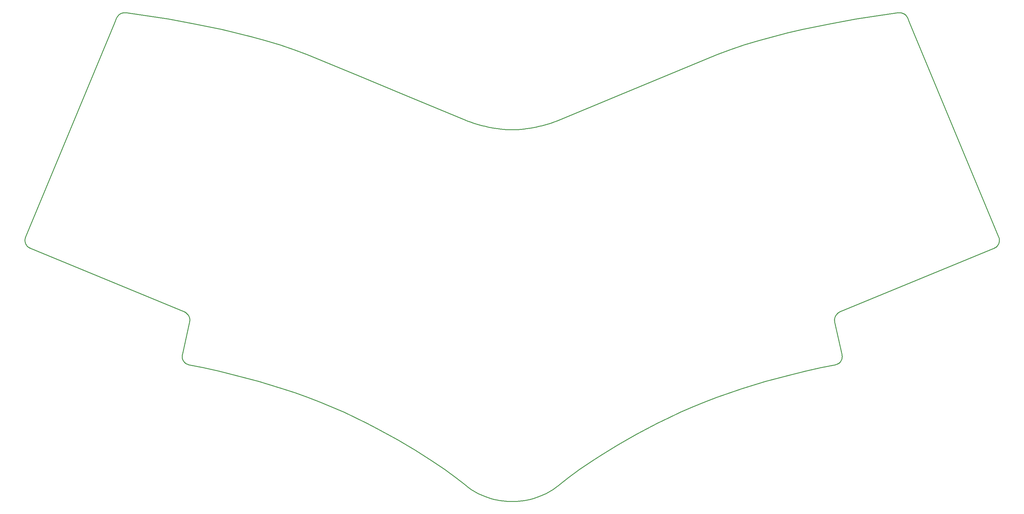
<source format=gbr>
%TF.GenerationSoftware,KiCad,Pcbnew,(6.0.0)*%
%TF.CreationDate,2022-03-22T19:27:30+01:00*%
%TF.ProjectId,main,6d61696e-2e6b-4696-9361-645f70636258,rev?*%
%TF.SameCoordinates,Original*%
%TF.FileFunction,Profile,NP*%
%FSLAX46Y46*%
G04 Gerber Fmt 4.6, Leading zero omitted, Abs format (unit mm)*
G04 Created by KiCad (PCBNEW (6.0.0)) date 2022-03-22 19:27:30*
%MOMM*%
%LPD*%
G01*
G04 APERTURE LIST*
%TA.AperFunction,Profile*%
%ADD10C,0.264582*%
%TD*%
G04 APERTURE END LIST*
D10*
X-192965543Y-136748021D02*
X-193852850Y-136939596D01*
X-184292347Y-22713381D02*
X-166549318Y-15315043D01*
X-80839092Y9272389D02*
X-80737986Y9218995D01*
X-260005925Y-3017931D02*
X-260005925Y-3017931D01*
X-242049447Y-113816625D02*
X-245402184Y-112171338D01*
X-99837595Y-80321451D02*
X-99837595Y-80321451D01*
X-52768198Y-60624665D02*
X-52853049Y-60711816D01*
X-52161824Y-59564772D02*
X-52199889Y-59683322D01*
X-185074764Y-23024862D02*
X-184292347Y-22713381D01*
X-100591612Y-80780160D02*
X-100760558Y-80932919D01*
X-211690567Y-133037359D02*
X-212732777Y-132224680D01*
X-200444794Y-137273856D02*
X-201223812Y-137197407D01*
X-81052228Y9368206D02*
X-80943848Y9322200D01*
X-101512995Y-83387308D02*
X-99353884Y-93119852D01*
X-101577253Y-82855214D02*
X-101571555Y-82985440D01*
X-295236270Y-83387308D02*
X-295236270Y-83387308D01*
X-212732777Y-132224680D02*
X-212732777Y-132224680D01*
X-291080014Y-97153161D02*
X-295494664Y-96257715D01*
X-101559086Y-83117587D02*
X-101539636Y-83251570D01*
X-317676167Y6701987D02*
X-317676167Y6701987D01*
X-314702530Y9572526D02*
X-314562656Y9574261D01*
X-178199023Y-127830699D02*
X-181510157Y-130251970D01*
X-100226901Y-80519026D02*
X-100413169Y-80641977D01*
X-151347072Y-112171352D02*
X-154699807Y-113816639D01*
X-101539636Y-83251570D02*
X-101512995Y-83387308D01*
X-189372652Y-24378233D02*
X-188474323Y-24138424D01*
X-101193654Y-81472073D02*
X-101307855Y-81676561D01*
X-286570147Y-98164843D02*
X-291080014Y-97153161D01*
X-99290270Y-94097229D02*
X-99310049Y-94242831D01*
X-263919796Y-1524049D02*
X-260005925Y-3017931D01*
X-53648392Y-61242349D02*
X-99837595Y-80321451D01*
X-295212751Y-82355137D02*
X-295237771Y-82235739D01*
X-315350410Y9481162D02*
X-315227782Y9509717D01*
X-199708164Y-137322139D02*
X-200444794Y-137273856D01*
X-210861283Y-23324206D02*
X-210021082Y-23610313D01*
X-197041136Y-137322139D02*
X-198374654Y-137354639D01*
X-52124571Y-58295467D02*
X-52097439Y-58426400D01*
X-297395375Y-93119852D02*
X-297395375Y-93119852D01*
X-105669242Y-97153170D02*
X-110179111Y-98164854D01*
X-295908318Y-81014557D02*
X-295988705Y-80932918D01*
X-185887978Y-23324206D02*
X-185074764Y-23024862D01*
X-344587439Y-59564771D02*
X-344619812Y-59444127D01*
X-80134545Y8763596D02*
X-80063540Y8689548D01*
X-317147313Y7978716D02*
X-317072806Y8139430D01*
X-99639889Y-95122965D02*
X-99709603Y-95228763D01*
X-202896422Y-136939596D02*
X-203783720Y-136748021D01*
X-80737986Y9218995D02*
X-80640556Y9162239D01*
X-81164208Y9410182D02*
X-81052228Y9368206D01*
X-53033570Y-60873368D02*
X-53128868Y-60947390D01*
X-196662893Y-25569862D02*
X-195777071Y-25501820D01*
X-174133799Y-125051594D02*
X-178199023Y-127830699D01*
X-296632075Y-95682628D02*
X-296805327Y-95516126D01*
X-80640556Y9162239D02*
X-80546825Y9102346D01*
X-53227281Y-61016655D02*
X-53328624Y-61080974D01*
X-101512995Y-83387308D02*
X-101512995Y-83387308D01*
X-295555610Y-81472072D02*
X-295618891Y-81374267D01*
X-238828133Y-115474520D02*
X-242049447Y-113816625D01*
X-79719769Y8219865D02*
X-79676418Y8139430D01*
X-245402184Y-112171338D02*
X-248880000Y-110550000D01*
X-200086401Y-25569862D02*
X-199219272Y-25611491D01*
X-136743344Y-3017931D02*
X-132829473Y-1524050D01*
X-344590003Y-58164339D02*
X-344547618Y-58033209D01*
X-52077656Y-58556952D02*
X-52065037Y-58686931D01*
X-52346388Y-60024508D02*
X-52405377Y-60132780D01*
X-315101655Y9533354D02*
X-314972054Y9551851D01*
X-52082515Y-59197315D02*
X-52102954Y-59321578D01*
X-296805327Y-95516126D02*
X-296887238Y-95425346D01*
X-205644570Y-136214001D02*
X-206611827Y-135861345D01*
X-208604273Y-134959209D02*
X-209623168Y-134399517D01*
X-197530020Y-25611491D02*
X-196662893Y-25569862D01*
X-215239067Y-130251969D02*
X-218550205Y-127830697D01*
X-81647622Y9533353D02*
X-81521494Y9509716D01*
X-256159731Y-107448276D02*
X-259877739Y-106030278D01*
X-101254595Y-96257715D02*
X-105669242Y-97153170D01*
X-190282742Y-24600414D02*
X-189372652Y-24378233D01*
X-195525476Y-137197406D02*
X-196304501Y-137273855D01*
X-147869255Y-110550015D02*
X-151347072Y-112171352D01*
X-99295317Y-93465372D02*
X-99280640Y-93630743D01*
X-99413565Y-94649879D02*
X-99461476Y-94775624D01*
X-201872931Y-25408465D02*
X-200972222Y-25501820D01*
X-122368789Y-101328778D02*
X-129474538Y-103486073D01*
X-212456913Y-22713381D02*
X-211674496Y-23024863D01*
X-99372093Y-94519161D02*
X-99413565Y-94649879D01*
X-202784719Y-25290895D02*
X-201872931Y-25408465D01*
X-244642366Y-9326685D02*
X-230199959Y-15315043D01*
X-157921118Y-115474533D02*
X-161004661Y-117133696D01*
X-101536515Y-82355138D02*
X-101555810Y-82476868D01*
X-82046751Y9572525D02*
X-81910275Y9564981D01*
X-344619812Y-59444127D02*
X-344646308Y-59321578D01*
X-280907956Y-99555867D02*
X-286570147Y-98164843D01*
X-316982093Y8300056D02*
X-316875373Y8458812D01*
X-314839003Y9564981D02*
X-314702530Y9572526D01*
X-192122976Y-24987498D02*
X-191200785Y-24803869D01*
X-79996410Y8613919D02*
X-79933181Y8536933D01*
X-100394700Y-95894662D02*
X-100490329Y-95955256D01*
X-171834261Y-123556205D02*
X-174133799Y-125051594D01*
X-52129451Y-59444127D02*
X-52161824Y-59564772D01*
X-163944091Y-118782785D02*
X-166733065Y-120410460D01*
X-316752849Y8613920D02*
X-316614721Y8763597D01*
X-295390908Y-81783080D02*
X-295441410Y-81676561D01*
X-295686010Y-81279531D02*
X-295756761Y-81187946D01*
X-52199889Y-59683322D02*
X-52243460Y-59799588D01*
X-80209401Y8835842D02*
X-80134545Y8763596D01*
X-52537481Y-60340000D02*
X-52610229Y-60438567D01*
X-79601893Y7978716D02*
X-79601893Y7978716D01*
X-315697048Y9368207D02*
X-315469514Y9447910D01*
X-100586859Y-96010800D02*
X-100683895Y-96061284D01*
X-128692787Y-125976D02*
X-124396219Y1176564D01*
X-207376619Y-24378233D02*
X-206466533Y-24600414D01*
X-343100850Y-61242350D02*
X-343209880Y-61194011D01*
X-52469135Y-60238008D02*
X-52537481Y-60340000D01*
X-184016423Y-132224680D02*
X-184016423Y-132224680D01*
X-53432713Y-61140156D02*
X-53539363Y-61194011D01*
X-82329874Y9569965D02*
X-82186625Y9574260D01*
X-82186625Y9574260D02*
X-82046751Y9572525D01*
X-344343887Y-60132780D02*
X-344402876Y-60024508D01*
X-99310049Y-94242831D02*
X-99337456Y-94383477D01*
X-295209631Y-83251570D02*
X-295190181Y-83117587D01*
X-99280640Y-93630743D02*
X-99275169Y-93791180D01*
X-344505804Y-59799588D02*
X-344549375Y-59683322D01*
X-295180096Y-82600845D02*
X-295193456Y-82476868D01*
X-344062062Y-60533519D02*
X-344211780Y-60340000D01*
X-198374654Y-137354639D02*
X-198374654Y-137354639D01*
X-196304501Y-137273855D02*
X-197041136Y-137322139D01*
X-296258927Y-95955248D02*
X-296448886Y-95829017D01*
X-276746569Y2383857D02*
X-272353052Y1176567D01*
X-252476551Y-108963953D02*
X-256159731Y-107448276D01*
X-296522363Y-80519028D02*
X-296617908Y-80463469D01*
X-52405377Y-60132780D02*
X-52469135Y-60238008D01*
X-206466533Y-24600414D02*
X-205548494Y-24803868D01*
X-100877905Y-96147068D02*
X-101069193Y-96212559D01*
X-144272705Y-108963968D02*
X-144272705Y-108963968D01*
X-297439208Y-94242830D02*
X-297458987Y-94097228D01*
X-202042070Y-137087690D02*
X-202896422Y-136939596D01*
X-80288081Y8906062D02*
X-80209401Y8835842D01*
X-102717826Y6266015D02*
X-95129975Y7642776D01*
X-295190181Y-83117587D02*
X-295177711Y-82985440D01*
X-192048435Y-136507858D02*
X-192965543Y-136748021D01*
X-101358356Y-81783080D02*
X-101404182Y-81892339D01*
X-82626394Y9542387D02*
X-82476471Y9559414D01*
X-79676418Y8139430D02*
X-79637117Y8058973D01*
X-314122898Y9542386D02*
X-314122898Y9542386D01*
X-99353884Y-93119852D02*
X-99319603Y-93295073D01*
X-344680938Y-59071529D02*
X-344688704Y-58944410D01*
X-194876361Y-25408464D02*
X-193964571Y-25290895D01*
X-295988705Y-80932918D02*
X-296071886Y-80854758D01*
X-296714780Y-80411966D02*
X-296812771Y-80364599D01*
X-212732777Y-132224680D02*
X-215239067Y-130251969D01*
X-295268306Y-82118751D02*
X-295304146Y-82004257D01*
X-101063254Y-81279531D02*
X-101193654Y-81472073D01*
X-210652982Y-133760604D02*
X-211690567Y-133037359D01*
X-99943929Y-95516133D02*
X-100029115Y-95601895D01*
X-222615436Y-125051588D02*
X-227384004Y-122005373D01*
X-297335693Y-94649877D02*
X-297377165Y-94519159D01*
X-88916471Y8646281D02*
X-82626394Y9542387D01*
X-100490329Y-95955256D02*
X-100586859Y-96010800D01*
X-99862017Y-95425353D02*
X-99943929Y-95516133D01*
X-53648392Y-61242349D02*
X-53648392Y-61242349D01*
X-201223812Y-137197407D02*
X-202042070Y-137087690D01*
X-52102954Y-59321578D02*
X-52129451Y-59444127D01*
X-53128868Y-60947390D02*
X-53227281Y-61016655D01*
X-81777224Y9551848D02*
X-81647622Y9533353D01*
X-295871352Y-96147063D02*
X-296065361Y-96061279D01*
X-263594695Y-104709643D02*
X-267274722Y-103486058D01*
X-316292455Y9039539D02*
X-316108719Y9162240D01*
X-343521968Y-61016655D02*
X-343715684Y-60873368D01*
X-198374646Y-25625612D02*
X-198374646Y-25625612D01*
X-99837595Y-80321451D02*
X-100034486Y-80411966D01*
X-195777071Y-25501820D02*
X-194876361Y-25408464D01*
X-189149782Y-135444782D02*
X-190137407Y-135861345D01*
X-100918330Y-81099594D02*
X-101063254Y-81279531D01*
X-52065037Y-58686931D02*
X-52059397Y-58816148D01*
X-295236270Y-83387308D02*
X-295209631Y-83251570D01*
X-101480960Y-82118751D02*
X-101511495Y-82235739D01*
X-206611827Y-135861345D02*
X-207599444Y-135444782D01*
X-297174223Y-95012168D02*
X-297233827Y-94896386D01*
X-297233827Y-94896386D02*
X-297287782Y-94775620D01*
X-161004661Y-117133696D02*
X-163944091Y-118782785D01*
X-79818524Y8379779D02*
X-79767146Y8300055D01*
X-200972222Y-25501820D02*
X-200086401Y-25569862D01*
X-344688704Y-58944410D02*
X-344689858Y-58816147D01*
X-115841302Y-99555881D02*
X-122368789Y-101328778D01*
X-79767146Y8300055D02*
X-79719769Y8219865D01*
X-297470747Y-93946676D02*
X-297474089Y-93791179D01*
X-101569171Y-82600845D02*
X-101576388Y-82726987D01*
X-296448886Y-95829017D02*
X-296632075Y-95682628D01*
X-99337456Y-94383477D02*
X-99372093Y-94519161D01*
X-296428356Y-80578557D02*
X-296522363Y-80519028D01*
X-314972054Y9551851D02*
X-314839003Y9564981D01*
X-296965478Y-95329555D02*
X-297039655Y-95228758D01*
X-296812771Y-80364599D02*
X-296911671Y-80321451D01*
X-79073094Y6701987D02*
X-79073094Y6701987D01*
X-344671593Y-58556952D02*
X-344651806Y-58426400D01*
X-230199959Y-15315043D02*
X-212456913Y-22713381D01*
X-210021082Y-23610313D02*
X-209157700Y-23882085D01*
X-52251891Y-57902269D02*
X-52201613Y-58033210D01*
X-136871520Y-106030294D02*
X-140589527Y-107448290D01*
X-296336095Y-80641977D02*
X-296428356Y-80578557D01*
X-115575171Y3496167D02*
X-111176559Y4513780D01*
X-101445119Y-82004257D02*
X-101480960Y-82118751D01*
X-52059397Y-58816148D02*
X-52060553Y-58944410D01*
X-295756761Y-81187946D02*
X-295830933Y-81099594D01*
X-79873877Y8458812D02*
X-79818524Y8379779D01*
X-316108719Y9162240D02*
X-315910183Y9272391D01*
X-99709603Y-95228763D02*
X-99783777Y-95329560D01*
X-294031449Y6266016D02*
X-285572714Y4513782D01*
X-81279762Y9447908D02*
X-81164208Y9410182D01*
X-211674496Y-23024863D02*
X-210861283Y-23324206D01*
X-81910275Y9564981D02*
X-81777224Y9551848D01*
X-297411800Y-94383475D02*
X-297439208Y-94242830D01*
X-295304146Y-82004257D02*
X-295345084Y-81892339D01*
X-169365236Y-122005380D02*
X-171834261Y-123556205D01*
X-209623168Y-134399517D02*
X-210652982Y-133760604D01*
X-344211780Y-60340000D02*
X-344343887Y-60132780D01*
X-296887238Y-95425346D02*
X-296965478Y-95329555D01*
X-144272705Y-108963968D02*
X-147869255Y-110550015D01*
X-80456819Y9039537D02*
X-80370562Y8974035D01*
X-295680065Y-96212557D02*
X-295871352Y-96147063D01*
X-101069193Y-96212559D02*
X-101254595Y-96257715D01*
X-218550205Y-127830697D02*
X-222615436Y-125051588D01*
X-316875373Y8458812D02*
X-316752849Y8613920D01*
X-296911671Y-80321451D02*
X-343100850Y-61242350D01*
X-344624671Y-58295466D02*
X-344590003Y-58164339D01*
X-101511495Y-82235739D02*
X-101536515Y-82355138D01*
X-205548494Y-24803868D02*
X-204626308Y-24987498D01*
X-81521494Y9509716D02*
X-81398866Y9481160D01*
X-52292354Y-59913380D02*
X-52346388Y-60024508D01*
X-100300369Y-95829024D02*
X-100394700Y-95894662D01*
X-52060553Y-58944410D02*
X-52068320Y-59071529D01*
X-248880000Y-110550000D02*
X-252476551Y-108963953D01*
X-184537910Y-132642518D02*
X-185058636Y-133037359D01*
X-297429657Y-93295073D02*
X-297395375Y-93119852D01*
X-295172014Y-82855213D02*
X-295172878Y-82726987D01*
X-154699807Y-113816639D02*
X-157921118Y-115474533D01*
X-52853049Y-60711816D02*
X-52941568Y-60794780D01*
X-344689858Y-58816147D02*
X-344684215Y-58686931D01*
X-132829473Y-1524050D02*
X-128692787Y-125976D01*
X-295172878Y-82726987D02*
X-295180096Y-82600845D01*
X-297453939Y-93465371D02*
X-297429657Y-93295073D01*
X-52687197Y-60533519D02*
X-52768198Y-60624665D01*
X-79601893Y7978716D02*
X-79073094Y6701987D01*
X-99515431Y-94896390D02*
X-99575033Y-95012172D01*
X-343316533Y-61140156D02*
X-343420623Y-61080974D01*
X-52201613Y-58033210D02*
X-52159234Y-58164339D01*
X-296617908Y-80463469D02*
X-296714780Y-80411966D01*
X-81398866Y9481160D02*
X-81279762Y9447908D01*
X-316461189Y8906063D02*
X-316292455Y9039539D01*
X-295345084Y-81892339D02*
X-295390908Y-81783080D01*
X-317147313Y7978716D02*
X-317147313Y7978716D01*
X-227384004Y-122005373D02*
X-232805155Y-118782774D01*
X-295618891Y-81374267D02*
X-295686010Y-81279531D01*
X-100029115Y-95601895D02*
X-100117181Y-95682636D01*
X-296071886Y-80854758D02*
X-296157651Y-80780160D01*
X-204626308Y-24987498D02*
X-203703780Y-25150206D01*
X-343896206Y-60711816D02*
X-344062062Y-60533519D01*
X-52159234Y-58164339D02*
X-52124571Y-58295467D01*
X-99353884Y-93119852D02*
X-99353884Y-93119852D01*
X-79637117Y8058973D02*
X-79601893Y7978716D01*
X-188144944Y-134959209D02*
X-189149782Y-135444782D01*
X-207599444Y-135444782D02*
X-208604273Y-134959209D01*
X-259877739Y-106030278D02*
X-263594695Y-104709643D01*
X-315227782Y9509717D02*
X-315101655Y9533354D01*
X-343100850Y-61242350D02*
X-343100850Y-61242350D01*
X-203703780Y-25150206D02*
X-202784719Y-25290895D01*
X-315910183Y9272391D02*
X-315697048Y9368207D01*
X-316614721Y8763597D02*
X-316461189Y8906063D01*
X-100413169Y-80641977D02*
X-100591612Y-80780160D01*
X-181510157Y-130251970D02*
X-184016447Y-132224680D01*
X-129474538Y-103486073D02*
X-136871520Y-106030294D01*
X-52251891Y-57902269D02*
X-52251891Y-57902269D01*
X-184292347Y-22713381D02*
X-184292347Y-22713381D01*
X-199219272Y-25611491D02*
X-198374646Y-25625612D01*
X-204700818Y-136507859D02*
X-205644570Y-136214001D01*
X-80370562Y8974035D02*
X-80288081Y8906062D01*
X-166733065Y-120410460D02*
X-169365236Y-122005380D01*
X-297287782Y-94775620D02*
X-297335693Y-94649877D01*
X-203783720Y-136748021D02*
X-204700818Y-136507859D01*
X-212456913Y-22713381D02*
X-212456913Y-22713381D01*
X-297474089Y-93791179D02*
X-297468618Y-93630742D01*
X-314272816Y9559415D02*
X-314122898Y9542386D01*
X-52097439Y-58426400D02*
X-52077656Y-58556952D01*
X-193964571Y-25290895D02*
X-193045507Y-25150206D01*
X-80943848Y9322200D02*
X-80839092Y9272389D01*
X-252476551Y-108963953D02*
X-252476551Y-108963953D01*
X-80546825Y9102346D02*
X-80456819Y9039537D01*
X-344666746Y-59197315D02*
X-344680938Y-59071529D01*
X-101555810Y-82476868D02*
X-101569171Y-82600845D01*
X-79073094Y6701987D02*
X-52251891Y-57902269D01*
X-111176559Y4513780D02*
X-102717826Y6266015D01*
X-99275169Y-93791180D02*
X-99278511Y-93946677D01*
X-296157651Y-80780160D02*
X-296245790Y-80709206D01*
X-232805155Y-118782774D02*
X-238828133Y-115474520D01*
X-344456910Y-59913380D02*
X-344505804Y-59799588D01*
X-124396219Y1176564D02*
X-120002702Y2383855D01*
X-295494664Y-96257715D02*
X-295680065Y-96212557D01*
X-297377165Y-94519159D02*
X-297411800Y-94383475D01*
X-184016447Y-132224680D02*
X-184016423Y-132224680D01*
X-79933181Y8536933D02*
X-79873877Y8458812D01*
X-344651806Y-58426400D02*
X-344624671Y-58295466D01*
X-317676167Y6701987D02*
X-317147313Y7978716D01*
X-343715684Y-60873368D02*
X-343896206Y-60711816D01*
X-191200785Y-24803869D02*
X-190282742Y-24600414D01*
X-296245790Y-80709206D02*
X-296336095Y-80641977D01*
X-274380471Y-101328764D02*
X-280907956Y-99555867D01*
X-344402876Y-60024508D02*
X-344456910Y-59913380D01*
X-343420623Y-61080974D02*
X-343521968Y-61016655D01*
X-99461476Y-94775624D02*
X-99515431Y-94896390D01*
X-285572714Y4513782D02*
X-276746569Y2383857D01*
X-140589527Y-107448290D02*
X-144272705Y-108963968D01*
X-314562656Y9574261D02*
X-314419411Y9569964D01*
X-82476471Y9559414D02*
X-82329874Y9569965D01*
X-344497334Y-57902269D02*
X-317676167Y6701987D01*
X-315469514Y9447910D02*
X-315350410Y9481162D01*
X-53328624Y-61080974D02*
X-53432713Y-61140156D01*
X-100207731Y-95758347D02*
X-100300369Y-95829024D01*
X-314419411Y9569964D02*
X-314272816Y9559415D01*
X-185058636Y-133037359D02*
X-186096225Y-133760604D01*
X-314122898Y9542386D02*
X-307832810Y8646282D01*
X-53539363Y-61194011D02*
X-53648392Y-61242349D01*
X-343209880Y-61194011D02*
X-343316533Y-61140156D01*
X-110179111Y-98164854D02*
X-115841302Y-99555881D01*
X-136743344Y-3017931D02*
X-136743344Y-3017931D01*
X-344646308Y-59321578D02*
X-344666746Y-59197315D01*
X-101404182Y-81892339D02*
X-101445119Y-82004257D01*
X-101571555Y-82985440D02*
X-101559086Y-83117587D01*
X-307832810Y8646282D02*
X-301619304Y7642777D01*
X-296911671Y-80321451D02*
X-296911671Y-80321451D01*
X-301619304Y7642777D02*
X-294031449Y6266016D01*
X-166549318Y-15315043D02*
X-136743344Y-3017931D01*
X-101576388Y-82726987D02*
X-101577253Y-82855214D01*
X-193045507Y-25150206D02*
X-192122976Y-24987498D01*
X-270881940Y-102359203D02*
X-274380471Y-101328764D01*
X-99278511Y-93946677D02*
X-99290270Y-94097229D01*
X-344684215Y-58686931D02*
X-344671593Y-58556952D01*
X-80063540Y8689548D02*
X-79996410Y8613919D01*
X-101307855Y-81676561D02*
X-101358356Y-81783080D01*
X-187591565Y-23882085D02*
X-186728180Y-23610313D01*
X-188474323Y-24138424D02*
X-187591565Y-23882085D01*
X-198374646Y-25625612D02*
X-197530020Y-25611491D01*
X-100034486Y-80411966D02*
X-100226901Y-80519026D01*
X-260005925Y-3017931D02*
X-244642366Y-9326685D01*
X-297039655Y-95228758D02*
X-297109367Y-95122960D01*
X-184016423Y-132224680D02*
X-184537910Y-132642518D01*
X-268056484Y-125975D02*
X-263919796Y-1524049D01*
X-193852850Y-136939596D02*
X-194707210Y-137087690D01*
X-344549375Y-59683322D02*
X-344587439Y-59564771D01*
X-95129975Y7642776D02*
X-88916471Y8646281D01*
X-120002702Y2383855D02*
X-115575171Y3496167D01*
X-297468618Y-93630742D02*
X-297453939Y-93465371D01*
X-272353052Y1176567D02*
X-268056484Y-125975D01*
X-100683895Y-96061284D02*
X-100877905Y-96147068D01*
X-99319603Y-93295073D02*
X-99295317Y-93465372D01*
X-209157700Y-23882085D02*
X-208274943Y-24138424D01*
X-295441410Y-81676561D02*
X-295496381Y-81572864D01*
X-194707210Y-137087690D02*
X-195525476Y-137197406D01*
X-295494664Y-96257715D02*
X-295494664Y-96257715D01*
X-52610229Y-60438567D02*
X-52687197Y-60533519D01*
X-99783777Y-95329560D02*
X-99862017Y-95425353D01*
X-344497334Y-57902269D02*
X-344497334Y-57902269D01*
X-297109367Y-95122960D02*
X-297174223Y-95012168D01*
X-296065361Y-96061279D02*
X-296258927Y-95955248D01*
X-186096225Y-133760604D02*
X-187126044Y-134399518D01*
X-297395375Y-93119852D02*
X-295236270Y-83387308D01*
X-52068320Y-59071529D02*
X-52082515Y-59197315D01*
X-295177711Y-82985440D02*
X-295172014Y-82855213D01*
X-52243460Y-59799588D02*
X-52292354Y-59913380D01*
X-267274722Y-103486058D02*
X-270881940Y-102359203D01*
X-186728180Y-23610313D02*
X-185887978Y-23324206D01*
X-295830933Y-81099594D02*
X-295908318Y-81014557D01*
X-295496381Y-81572864D02*
X-295555610Y-81472072D01*
X-198374654Y-137354639D02*
X-199708164Y-137322139D01*
X-297458987Y-94097228D02*
X-297470747Y-93946676D01*
X-295237771Y-82235739D02*
X-295268306Y-82118751D01*
X-101254595Y-96257715D02*
X-101254595Y-96257715D01*
X-295193456Y-82476868D02*
X-295212751Y-82355137D01*
X-100117181Y-95682636D02*
X-100207731Y-95758347D01*
X-344547618Y-58033209D02*
X-344497334Y-57902269D01*
X-190137407Y-135861345D02*
X-191104674Y-136214001D01*
X-317072806Y8139430D02*
X-316982093Y8300056D01*
X-191104674Y-136214001D02*
X-192048435Y-136507858D01*
X-208274943Y-24138424D02*
X-207376619Y-24378233D01*
X-82626394Y9542387D02*
X-82626394Y9542387D01*
X-52941568Y-60794780D02*
X-53033570Y-60873368D01*
X-100760558Y-80932919D02*
X-100918330Y-81099594D01*
X-187126044Y-134399518D02*
X-188144944Y-134959209D01*
X-99575033Y-95012172D02*
X-99639889Y-95122965D01*
M02*

</source>
